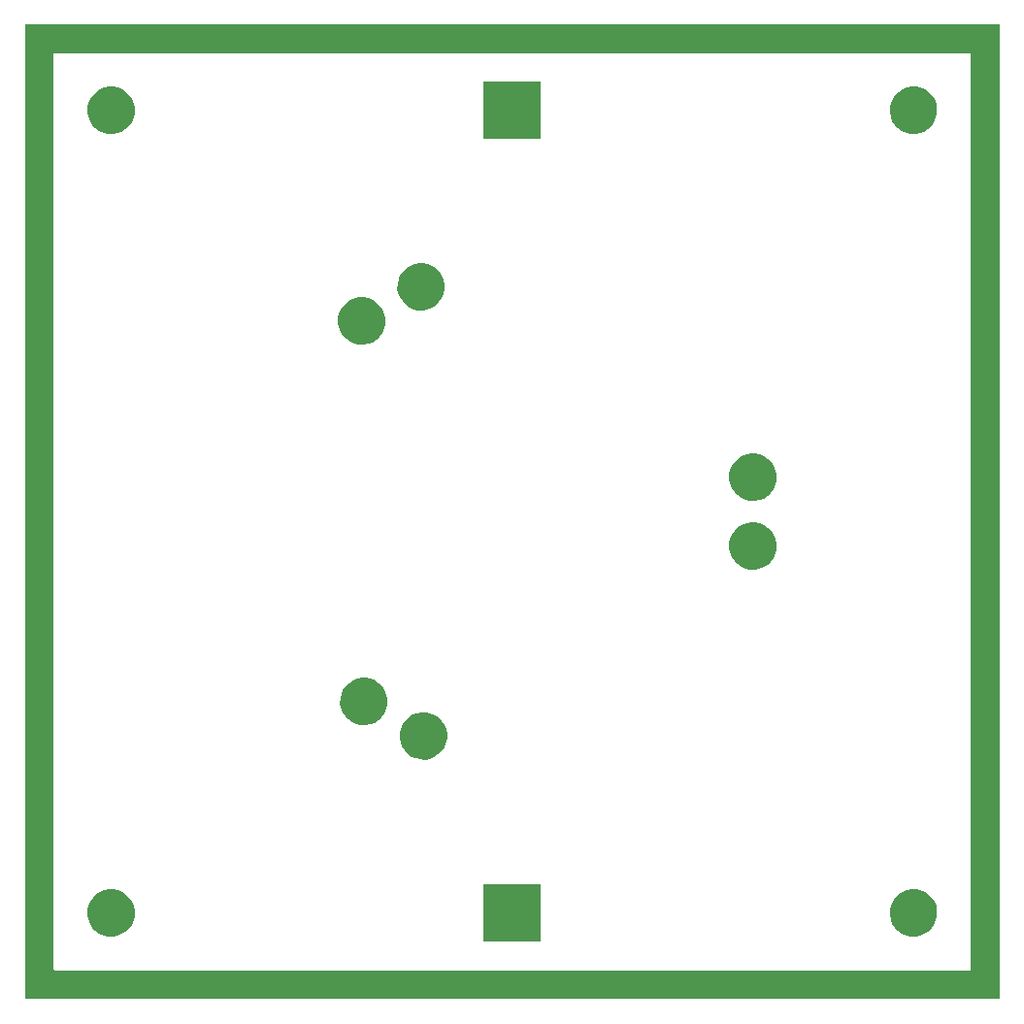
<source format=gts>
G04 #@! TF.FileFunction,Soldermask,Top*
%FSLAX46Y46*%
G04 Gerber Fmt 4.6, Leading zero omitted, Abs format (unit mm)*
G04 Created by KiCad (PCBNEW 4.0.2-stable) date Mon 19 Sep 2016 06:16:01 PM CEST*
%MOMM*%
G01*
G04 APERTURE LIST*
%ADD10C,0.100000*%
G04 APERTURE END LIST*
D10*
G36*
X142500000Y-142500000D02*
X60040592Y-142500000D01*
X60023180Y-142502474D01*
X60006769Y-142509943D01*
X60000000Y-142514299D01*
X60000000Y-142515778D01*
X57500000Y-142515778D01*
X57500000Y-60062500D01*
X60000000Y-60062500D01*
X60000000Y-139937500D01*
X60002474Y-139954912D01*
X60009702Y-139970945D01*
X60021110Y-139984331D01*
X60035795Y-139994008D01*
X60052595Y-139999210D01*
X60062500Y-140000000D01*
X139937500Y-140000000D01*
X139954912Y-139997526D01*
X139970945Y-139990298D01*
X139984331Y-139978890D01*
X139994008Y-139964205D01*
X139999210Y-139947405D01*
X140000000Y-139937500D01*
X140000000Y-60062500D01*
X139997526Y-60045088D01*
X139990298Y-60029055D01*
X139978890Y-60015669D01*
X139964205Y-60005992D01*
X139947405Y-60000790D01*
X139937500Y-60000000D01*
X60062500Y-60000000D01*
X60045088Y-60002474D01*
X60029055Y-60009702D01*
X60015669Y-60021110D01*
X60005992Y-60035795D01*
X60000790Y-60052595D01*
X60000000Y-60062500D01*
X57500000Y-60062500D01*
X57500000Y-57500000D01*
X142500000Y-57500000D01*
X142500000Y-142500000D01*
X142500000Y-142500000D01*
G37*
G36*
X102500000Y-137500000D02*
X97500000Y-137500000D01*
X97500000Y-132500000D01*
X102500000Y-132500000D01*
X102500000Y-137500000D01*
X102500000Y-137500000D01*
G37*
G36*
X65216581Y-132939370D02*
X65612701Y-133020682D01*
X65985481Y-133177384D01*
X66320731Y-133403513D01*
X66605669Y-133690447D01*
X66829451Y-134027266D01*
X66983547Y-134401130D01*
X67062006Y-134797379D01*
X67062006Y-134797395D01*
X67062088Y-134797810D01*
X67055639Y-135259688D01*
X67055545Y-135260101D01*
X67055545Y-135260117D01*
X66966053Y-135654017D01*
X66801576Y-136023437D01*
X66568478Y-136353876D01*
X66275640Y-136632742D01*
X65934207Y-136849421D01*
X65557195Y-136995655D01*
X65158961Y-137065874D01*
X64754671Y-137057405D01*
X64359725Y-136970570D01*
X63989165Y-136808677D01*
X63657108Y-136577891D01*
X63376202Y-136287005D01*
X63157148Y-135947100D01*
X63008284Y-135571113D01*
X62935287Y-135173381D01*
X62940932Y-134769037D01*
X63025008Y-134373496D01*
X63184309Y-134001817D01*
X63412771Y-133668158D01*
X63701690Y-133385227D01*
X64040061Y-133163803D01*
X64414994Y-133012321D01*
X64812213Y-132936547D01*
X65216581Y-132939370D01*
X65216581Y-132939370D01*
G37*
G36*
X135216581Y-132939370D02*
X135612701Y-133020682D01*
X135985481Y-133177384D01*
X136320731Y-133403513D01*
X136605669Y-133690447D01*
X136829451Y-134027266D01*
X136983547Y-134401130D01*
X137062006Y-134797379D01*
X137062006Y-134797395D01*
X137062088Y-134797810D01*
X137055639Y-135259688D01*
X137055545Y-135260101D01*
X137055545Y-135260117D01*
X136966053Y-135654017D01*
X136801576Y-136023437D01*
X136568478Y-136353876D01*
X136275640Y-136632742D01*
X135934207Y-136849421D01*
X135557195Y-136995655D01*
X135158961Y-137065874D01*
X134754671Y-137057405D01*
X134359725Y-136970570D01*
X133989165Y-136808677D01*
X133657108Y-136577891D01*
X133376202Y-136287005D01*
X133157148Y-135947100D01*
X133008284Y-135571113D01*
X132935287Y-135173381D01*
X132940932Y-134769037D01*
X133025008Y-134373496D01*
X133184309Y-134001817D01*
X133412771Y-133668158D01*
X133701690Y-133385227D01*
X134040061Y-133163803D01*
X134414994Y-133012321D01*
X134812213Y-132936547D01*
X135216581Y-132939370D01*
X135216581Y-132939370D01*
G37*
G36*
X92474911Y-117501548D02*
X92871031Y-117582860D01*
X93243811Y-117739562D01*
X93579061Y-117965691D01*
X93863999Y-118252625D01*
X94087781Y-118589444D01*
X94241877Y-118963308D01*
X94320336Y-119359557D01*
X94320336Y-119359573D01*
X94320418Y-119359988D01*
X94313969Y-119821866D01*
X94313875Y-119822279D01*
X94313875Y-119822295D01*
X94224383Y-120216195D01*
X94059906Y-120585615D01*
X93826808Y-120916054D01*
X93533970Y-121194920D01*
X93192537Y-121411599D01*
X92815525Y-121557833D01*
X92417291Y-121628052D01*
X92013001Y-121619583D01*
X91618055Y-121532748D01*
X91247495Y-121370855D01*
X90915438Y-121140069D01*
X90634532Y-120849183D01*
X90415478Y-120509278D01*
X90266614Y-120133291D01*
X90193617Y-119735559D01*
X90199262Y-119331215D01*
X90283338Y-118935674D01*
X90442639Y-118563995D01*
X90671101Y-118230336D01*
X90960020Y-117947405D01*
X91298391Y-117725981D01*
X91673324Y-117574499D01*
X92070543Y-117498725D01*
X92474911Y-117501548D01*
X92474911Y-117501548D01*
G37*
G36*
X87278759Y-114501548D02*
X87674879Y-114582860D01*
X88047659Y-114739562D01*
X88382909Y-114965691D01*
X88667847Y-115252625D01*
X88891629Y-115589444D01*
X89045725Y-115963308D01*
X89124184Y-116359557D01*
X89124184Y-116359573D01*
X89124266Y-116359988D01*
X89117817Y-116821866D01*
X89117723Y-116822279D01*
X89117723Y-116822295D01*
X89028231Y-117216195D01*
X88863754Y-117585615D01*
X88630656Y-117916054D01*
X88337818Y-118194920D01*
X87996385Y-118411599D01*
X87619373Y-118557833D01*
X87221139Y-118628052D01*
X86816849Y-118619583D01*
X86421903Y-118532748D01*
X86051343Y-118370855D01*
X85719286Y-118140069D01*
X85438380Y-117849183D01*
X85219326Y-117509278D01*
X85070462Y-117133291D01*
X84997465Y-116735559D01*
X85003110Y-116331215D01*
X85087186Y-115935674D01*
X85246487Y-115563995D01*
X85474949Y-115230336D01*
X85763868Y-114947405D01*
X86102239Y-114725981D01*
X86477172Y-114574499D01*
X86874391Y-114498725D01*
X87278759Y-114501548D01*
X87278759Y-114501548D01*
G37*
G36*
X121216581Y-100939370D02*
X121612701Y-101020682D01*
X121985481Y-101177384D01*
X122320731Y-101403513D01*
X122605669Y-101690447D01*
X122829451Y-102027266D01*
X122983547Y-102401130D01*
X123062006Y-102797379D01*
X123062006Y-102797395D01*
X123062088Y-102797810D01*
X123055639Y-103259688D01*
X123055545Y-103260101D01*
X123055545Y-103260117D01*
X122966053Y-103654017D01*
X122801576Y-104023437D01*
X122568478Y-104353876D01*
X122275640Y-104632742D01*
X121934207Y-104849421D01*
X121557195Y-104995655D01*
X121158961Y-105065874D01*
X120754671Y-105057405D01*
X120359725Y-104970570D01*
X119989165Y-104808677D01*
X119657108Y-104577891D01*
X119376202Y-104287005D01*
X119157148Y-103947100D01*
X119008284Y-103571113D01*
X118935287Y-103173381D01*
X118940932Y-102769037D01*
X119025008Y-102373496D01*
X119184309Y-102001817D01*
X119412771Y-101668158D01*
X119701690Y-101385227D01*
X120040061Y-101163803D01*
X120414994Y-101012321D01*
X120812213Y-100936547D01*
X121216581Y-100939370D01*
X121216581Y-100939370D01*
G37*
G36*
X121216581Y-94939370D02*
X121612701Y-95020682D01*
X121985481Y-95177384D01*
X122320731Y-95403513D01*
X122605669Y-95690447D01*
X122829451Y-96027266D01*
X122983547Y-96401130D01*
X123062006Y-96797379D01*
X123062006Y-96797395D01*
X123062088Y-96797810D01*
X123055639Y-97259688D01*
X123055545Y-97260101D01*
X123055545Y-97260117D01*
X122966053Y-97654017D01*
X122801576Y-98023437D01*
X122568478Y-98353876D01*
X122275640Y-98632742D01*
X121934207Y-98849421D01*
X121557195Y-98995655D01*
X121158961Y-99065874D01*
X120754671Y-99057405D01*
X120359725Y-98970570D01*
X119989165Y-98808677D01*
X119657108Y-98577891D01*
X119376202Y-98287005D01*
X119157148Y-97947100D01*
X119008284Y-97571113D01*
X118935287Y-97173381D01*
X118940932Y-96769037D01*
X119025008Y-96373496D01*
X119184309Y-96001817D01*
X119412771Y-95668158D01*
X119701690Y-95385227D01*
X120040061Y-95163803D01*
X120414994Y-95012321D01*
X120812213Y-94936547D01*
X121216581Y-94939370D01*
X121216581Y-94939370D01*
G37*
G36*
X87074276Y-81310205D02*
X87470396Y-81391517D01*
X87843176Y-81548219D01*
X88178426Y-81774348D01*
X88463364Y-82061282D01*
X88687146Y-82398101D01*
X88841242Y-82771965D01*
X88919701Y-83168214D01*
X88919701Y-83168230D01*
X88919783Y-83168645D01*
X88913334Y-83630523D01*
X88913240Y-83630936D01*
X88913240Y-83630952D01*
X88823748Y-84024852D01*
X88659271Y-84394272D01*
X88426173Y-84724711D01*
X88133335Y-85003577D01*
X87791902Y-85220256D01*
X87414890Y-85366490D01*
X87016656Y-85436709D01*
X86612366Y-85428240D01*
X86217420Y-85341405D01*
X85846860Y-85179512D01*
X85514803Y-84948726D01*
X85233897Y-84657840D01*
X85014843Y-84317935D01*
X84865979Y-83941948D01*
X84792982Y-83544216D01*
X84798627Y-83139872D01*
X84882703Y-82744331D01*
X85042004Y-82372652D01*
X85270466Y-82038993D01*
X85559385Y-81756062D01*
X85897756Y-81534638D01*
X86272689Y-81383156D01*
X86669908Y-81307382D01*
X87074276Y-81310205D01*
X87074276Y-81310205D01*
G37*
G36*
X92270429Y-78310205D02*
X92666549Y-78391517D01*
X93039329Y-78548219D01*
X93374579Y-78774348D01*
X93659517Y-79061282D01*
X93883299Y-79398101D01*
X94037395Y-79771965D01*
X94115854Y-80168214D01*
X94115854Y-80168230D01*
X94115936Y-80168645D01*
X94109487Y-80630523D01*
X94109393Y-80630936D01*
X94109393Y-80630952D01*
X94019901Y-81024852D01*
X93855424Y-81394272D01*
X93622326Y-81724711D01*
X93329488Y-82003577D01*
X92988055Y-82220256D01*
X92611043Y-82366490D01*
X92212809Y-82436709D01*
X91808519Y-82428240D01*
X91413573Y-82341405D01*
X91043013Y-82179512D01*
X90710956Y-81948726D01*
X90430050Y-81657840D01*
X90210996Y-81317935D01*
X90062132Y-80941948D01*
X89989135Y-80544216D01*
X89994780Y-80139872D01*
X90078856Y-79744331D01*
X90238157Y-79372652D01*
X90466619Y-79038993D01*
X90755538Y-78756062D01*
X91093909Y-78534638D01*
X91468842Y-78383156D01*
X91866061Y-78307382D01*
X92270429Y-78310205D01*
X92270429Y-78310205D01*
G37*
G36*
X102500000Y-67500000D02*
X97500000Y-67500000D01*
X97500000Y-62500000D01*
X102500000Y-62500000D01*
X102500000Y-67500000D01*
X102500000Y-67500000D01*
G37*
G36*
X135216581Y-62939370D02*
X135612701Y-63020682D01*
X135985481Y-63177384D01*
X136320731Y-63403513D01*
X136605669Y-63690447D01*
X136829451Y-64027266D01*
X136983547Y-64401130D01*
X137062006Y-64797379D01*
X137062006Y-64797395D01*
X137062088Y-64797810D01*
X137055639Y-65259688D01*
X137055545Y-65260101D01*
X137055545Y-65260117D01*
X136966053Y-65654017D01*
X136801576Y-66023437D01*
X136568478Y-66353876D01*
X136275640Y-66632742D01*
X135934207Y-66849421D01*
X135557195Y-66995655D01*
X135158961Y-67065874D01*
X134754671Y-67057405D01*
X134359725Y-66970570D01*
X133989165Y-66808677D01*
X133657108Y-66577891D01*
X133376202Y-66287005D01*
X133157148Y-65947100D01*
X133008284Y-65571113D01*
X132935287Y-65173381D01*
X132940932Y-64769037D01*
X133025008Y-64373496D01*
X133184309Y-64001817D01*
X133412771Y-63668158D01*
X133701690Y-63385227D01*
X134040061Y-63163803D01*
X134414994Y-63012321D01*
X134812213Y-62936547D01*
X135216581Y-62939370D01*
X135216581Y-62939370D01*
G37*
G36*
X65216581Y-62939370D02*
X65612701Y-63020682D01*
X65985481Y-63177384D01*
X66320731Y-63403513D01*
X66605669Y-63690447D01*
X66829451Y-64027266D01*
X66983547Y-64401130D01*
X67062006Y-64797379D01*
X67062006Y-64797395D01*
X67062088Y-64797810D01*
X67055639Y-65259688D01*
X67055545Y-65260101D01*
X67055545Y-65260117D01*
X66966053Y-65654017D01*
X66801576Y-66023437D01*
X66568478Y-66353876D01*
X66275640Y-66632742D01*
X65934207Y-66849421D01*
X65557195Y-66995655D01*
X65158961Y-67065874D01*
X64754671Y-67057405D01*
X64359725Y-66970570D01*
X63989165Y-66808677D01*
X63657108Y-66577891D01*
X63376202Y-66287005D01*
X63157148Y-65947100D01*
X63008284Y-65571113D01*
X62935287Y-65173381D01*
X62940932Y-64769037D01*
X63025008Y-64373496D01*
X63184309Y-64001817D01*
X63412771Y-63668158D01*
X63701690Y-63385227D01*
X64040061Y-63163803D01*
X64414994Y-63012321D01*
X64812213Y-62936547D01*
X65216581Y-62939370D01*
X65216581Y-62939370D01*
G37*
M02*

</source>
